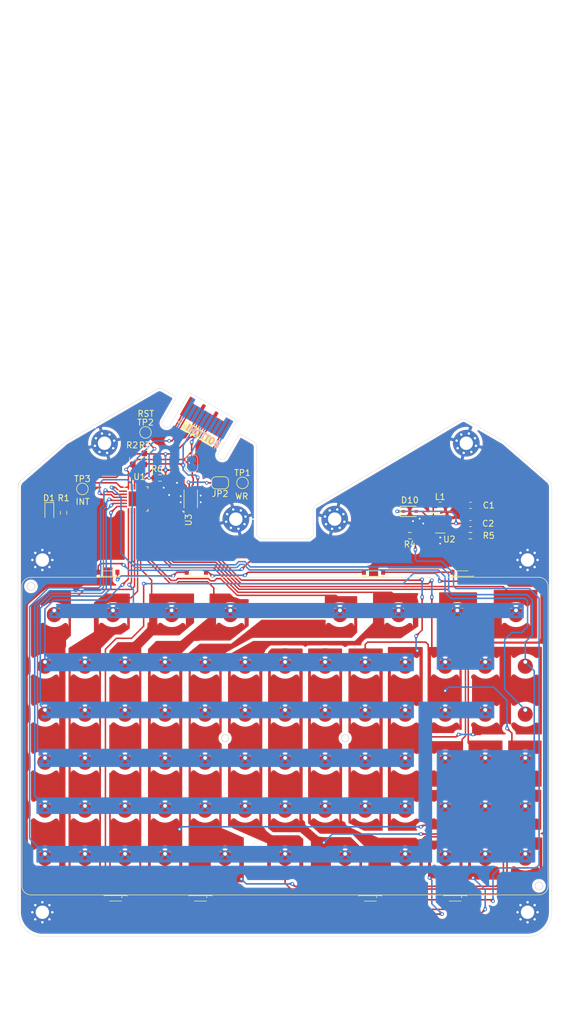
<source format=kicad_pcb>
(kicad_pcb (version 20241229) (generator "pcbnew") (generator_version "9.0")
  (layers (0 "F.Cu" signal) (2 "B.Cu" signal) (13 "F.Paste" user) (15 "B.Paste" user) (5 "F.SilkS" user "F.Silkscreen") (7 "B.SilkS" user "B.Silkscreen") (1 "F.Mask" user) (3 "B.Mask" user) (25 "Edge.Cuts" user))
  (net 0 "")
  (net 3 "Net-(D1-A)")
  (net 4 "Net-(D2-A)")
  (net 5 "Net-(D3-A)")
  (net 6 "Net-(D4-A)")
  (net 7 "Net-(D6-A)")
  (net 8 "Net-(D7-A)")
  (net 9 "Net-(D8-A)")
  (net 10 "Net-(D2-K)")
  (net 11 "VDD")
  (net 12 "Net-(D10-A)")
  (net 13 "Net-(U2-CTRL)")
  (net 16 "VCC")
  (net 17 "SDA")
  (net 21 "!INT")
  (net 22 "SCL")
  (net 24 "GND")
  (net 25 "Net-(J1-HEXP_DET)")
  (net 26 "Net-(JP2-B)")
  (net 27 "WP")
  (net 29 "RST")
  (net 32 "/COL9")
  (net 33 "/COL1")
  (net 34 "/COL3")
  (net 35 "/COL7")
  (net 36 "/COL4")
  (net 37 "/COL5")
  (net 38 "/COL8")
  (net 39 "/COL2")
  (net 40 "/COL0")
  (net 41 "/COL6")
  (net 42 "/ROW5")
  (net 43 "/ROW6")
  (net 44 "/ROW1")
  (net 45 "/ROW2")
  (net 46 "/ROW4")
  (net 47 "/ROW0")
  (net 48 "/ROW3")
  (net 49 "/ROW7")
  (footprint "tildagon:hexpansion-edge-connector" (layer "F.Cu") (at -11.795683 -54.311054 -120)
    (property "Reference" "J1" (hide yes))
    (property "Value" "Hexpansion-Connector" (hide yes))
    (fp_line (start 6.25 6) (end 2 6) (stroke (width 0.05)) (layer "Edge.Cuts"))
    (fp_line (start 6.25 4.6) (end 0.2 4.6) (stroke (width 0.05)) (layer "Edge.Cuts"))
    (fp_line (start 0 4.4) (end 0 -4.4) (stroke (width 0.05)) (layer "Edge.Cuts"))
    (fp_line (start 6.25 -4.6) (end 0.2 -4.6) (stroke (width 0.05)) (layer "Edge.Cuts"))
    (fp_line (start 6.25 -6) (end 2 -6) (stroke (width 0.05)) (layer "Edge.Cuts"))
    (fp_arc (start 6.950001 5.3) (mid 6.744975 5.794975) (end 6.25 6) (stroke (width 0.05)) (layer "Edge.Cuts"))
    (fp_arc (start 6.25 4.6) (mid 6.744975 4.805025) (end 6.950001 5.3) (stroke (width 0.05)) (layer "Edge.Cuts"))
    (fp_arc (start 0.2 4.6) (mid 0.058578 4.541421) (end 0 4.4) (stroke (width 0.05)) (layer "Edge.Cuts"))
    (fp_arc (start 6.95 -5.300001) (mid 6.744975 -4.805025) (end 6.25 -4.6) (stroke (width 0.05)) (layer "Edge.Cuts"))
    (fp_arc (start 6.25 -6) (mid 6.744975 -5.794975) (end 6.95 -5.300001) (stroke (width 0.05)) (layer "Edge.Cuts"))
    (fp_arc (start 0 -4.4) (mid 0.058579 -4.54142) (end 0.2 -4.6) (stroke (width 0.05)) (layer "Edge.Cuts"))
  )
  (footprint "MountingHole:MountingHole_2.2mm_M2_Pad_Via" (layer "F.Cu") (at 40 29)
    (property "Reference" "H7" (hide yes))
    (property "Value" "MountingHole_Pad")
  )
  (footprint "LED_SMD:LED_0603_1608Metric_Pad1.05x0.95mm_HandSolder" (layer "F.Cu") (at -38.85 -36.8 -90)
    (property "Reference" "D1")
    (property "Value" "LED")
  )
  (footprint "keyboard_leds:LTW-010DCG" (layer "F.Cu") (at 14.06 26.86 180)
    (property "Reference" "D7" (hide yes))
    (property "Value" "LED" (hide yes))
  )
  (footprint "Capacitor_SMD:C_0603_1608Metric_Pad1.08x0.95mm_HandSolder" (layer "F.Cu") (at 30.5875 -35)
    (property "Reference" "C2")
    (property "Value" "1uF")
  )
  (footprint "TestPoint:TestPoint_Pad_D1.5mm" (layer "F.Cu") (at -23 -50)
    (property "Reference" "TP2")
    (property "Value" "TestPoint")
  )
  (footprint "MountingHole:MountingHole_2.2mm_M2_Pad_Via" (layer "F.Cu") (at 40 -29)
    (property "Reference" "H6" (hide yes))
    (property "Value" "MountingHole_Pad")
  )
  (footprint "Capacitor_SMD:C_0603_1608Metric_Pad1.08x0.95mm_HandSolder" (layer "F.Cu") (at 30.5875 -38)
    (property "Reference" "C1")
    (property "Value" "10uF")
  )
  (footprint "MountingHole:MountingHole_2.2mm_M2_Pad_Via" (layer "F.Cu") (at -8.095365 -35.720192 -120)
    (property "Reference" "H2" (hide yes))
    (property "Value" "MountingHole_Pad")
  )
  (footprint "Package_TO_SOT_SMD:SOT-23-6" (layer "F.Cu") (at 25.5875 -35)
    (property "Reference" "U2")
    (property "Value" "AP3032AKTR")
  )
  (footprint "Resistor_SMD:R_0603_1608Metric_Pad0.98x0.95mm_HandSolder" (layer "F.Cu") (at 20.5875 -33 180)
    (property "Reference" "R4")
    (property "Value" "20R")
  )
  (footprint "keyboard_leds:LTW-010DCG" (layer "F.Cu") (at -29.208208 -26.898808)
    (property "Reference" "D2" (hide yes))
    (property "Value" "LED" (hide yes))
  )
  (footprint "keyboard_leds:LTW-010DCG" (layer "F.Cu") (at -13.943208 26.856192 180)
    (property "Reference" "D8" (hide yes))
    (property "Value" "LED" (hide yes))
  )
  (footprint "Resistor_SMD:R_0603_1608Metric_Pad0.98x0.95mm_HandSolder" (layer "F.Cu") (at -36.5 -36.775 90)
    (property "Reference" "R1")
    (property "Value" "3k3")
  )
  (footprint "TCA8418RTWR:QFN50P400X400X80-25N" (layer "F.Cu") (at -24.553208 -39.06)
    (property "Reference" "U1")
    (property "Value" "TCA8418")
  )
  (footprint "keyboard_leds:LTW-010DCG" (layer "F.Cu") (at 14.606792 -26.898808)
    (property "Reference" "D4" (hide yes))
    (property "Value" "LED" (hide yes))
  )
  (footprint "MountingHole:MountingHole_2.2mm_M2_Pad_Via" (layer "F.Cu") (at -40 29)
    (property "Reference" "H8" (hide yes))
    (property "Value" "MountingHole_Pad")
  )
  (footprint "TestPoint:TestPoint_Pad_D1.5mm" (layer "F.Cu") (at -33.4 -40.7)
    (property "Reference" "TP3")
    (property "Value" "TestPoint")
  )
  (footprint "MountingHole:MountingHole_2.2mm_M2_Pad_Via" (layer "F.Cu") (at -40 -29)
    (property "Reference" "H5" (hide yes))
    (property "Value" "MountingHole_Pad")
  )
  (footprint "Diode_SMD:D_SOD-323" (layer "F.Cu") (at 20.5875 -37)
    (property "Reference" "D10")
    (property "Value" "1N5819WS")
  )
  (footprint "keyboard:keyboard_arturo182" (layer "F.Cu") (at 0 0)
    (property "Reference" "K1" (hide yes))
    (property "Value" "~" (hide yes))
    (fp_circle (center -41.875 -24.650002) (end -41.225 -24.650002) (stroke (width 0.1)) (fill no) (layer "Edge.Cuts"))
    (fp_circle (center -9.875 0.34) (end -9.275 0.34) (stroke (width 0.1)) (fill no) (layer "Edge.Cuts"))
    (fp_circle (center 9.925 0.34) (end 10.525 0.34) (stroke (width 0.1)) (fill no) (layer "Edge.Cuts"))
    (fp_circle (center 41.875 24.65) (end 42.525 24.65) (stroke (width 0.1)) (fill no) (layer "Edge.Cuts"))
  )
  (footprint "TestPoint:TestPoint_Pad_D1.5mm" (layer "F.Cu") (at -7 -41.7)
    (property "Reference" "TP1")
    (property "Value" "TestPoint")
  )
  (footprint "keyboard_leds:LTW-010DCG" (layer "F.Cu") (at -27.94 26.85 180)
    (property "Reference" "D9" (hide yes))
    (property "Value" "LED" (hide yes))
  )
  (footprint "Resistor_SMD:R_0603_1608Metric_Pad0.98x0.95mm_HandSolder" (layer "F.Cu") (at -23.183208 -45.64 90)
    (property "Reference" "R3")
    (property "Value" "3k3")
  )
  (footprint "Inductor_SMD:L_0603_1608Metric_Pad1.05x0.95mm_HandSolder" (layer "F.Cu") (at 25.5875 -38 180)
    (property "Reference" "L1")
    (property "Value" "6.8uH")
  )
  (footprint "Resistor_SMD:R_0603_1608Metric_Pad0.98x0.95mm_HandSolder" (layer "F.Cu") (at -25.093208 -45.64 90)
    (property "Reference" "R2")
    (property "Value" "3k3")
  )
  (footprint "MountingHole:MountingHole_2.2mm_M2_Pad_Via" (layer "F.Cu") (at 8.2 -35.720192 -60)
    (property "Reference" "H3" (hide yes))
    (property "Value" "MountingHole_Pad")
  )
  (footprint "Jumper:SolderJumper-2_P1.3mm_Bridged_RoundedPad1.0x1.5mm" (layer "F.Cu") (at -10.7 -41.7 180)
    (property "Reference" "JP2")
    (property "Value" "SolderJumper_2_Bridged")
  )
  (footprint "keyboard_leds:LTW-010DCG" (layer "F.Cu") (at 29.206792 -26.903808)
    (property "Reference" "D5" (hide yes))
    (property "Value" "LED" (hide yes))
  )
  (footprint "Package_DFN_QFN:DFN-8-1EP_3x2mm_P0.5mm_EP1.3x1.5mm" (layer "F.Cu") (at -15.533208 -39.06 90)
    (property "Reference" "U3")
    (property "Value" "AT24CS02-MAHM")
  )
  (footprint "MountingHole:MountingHole_2.2mm_M2_Pad_Via" (layer "F.Cu") (at 29.9 -48.220192 -60)
    (property "Reference" "H4" (hide yes))
    (property "Value" "MountingHole_Pad")
  )
  (footprint "keyboard_leds:LTW-010DCG" (layer "F.Cu") (at -14.608208 -26.898808)
    (property "Reference" "D3" (hide yes))
    (property "Value" "LED" (hide yes))
  )
  (footprint "MountingHole:MountingHole_2.2mm_M2_Pad_Via" (layer "F.Cu") (at -29.746 -48.220192 -120)
    (property "Reference" "H1" (hide yes))
    (property "Value" "MountingHole_Pad")
  )
  (footprint "Resistor_SMD:R_0603_1608Metric_Pad0.98x0.95mm_HandSolder" (layer "F.Cu") (at 30.5875 -33)
    (property "Reference" "R5")
    (property "Value" "100k")
  )
  (footprint "keyboard_leds:LTW-010DCG" (layer "F.Cu") (at 28.066792 26.856192 180)
    (property "Reference" "D6" (hide yes))
    (property "Value" "LED" (hide yes))
  )
  (footprint "Resistor_SMD:R_0603_1608Metric_Pad0.98x0.95mm_HandSolder" (layer "F.Cu") (at -20.6 -42.5)
    (property "Reference" "R6")
    (property "Value" "3k3")
  )
  (footprint "Jumper:SolderJumper-2_P1.3mm_Bridged_RoundedPad1.0x1.5mm" (layer "B.Cu") (at -15.396 -44.920192 -90)
    (property "Reference" "JP1" (hide yes))
    (property "Value" "SolderJumper_2_Bridged" (hide yes))
  )
  (gr_line (start -14.8 -37.6) (end -14.1 -37.6) (stroke (width 0.2)) (layer "F.Cu") (net 24))
  (gr_line (start -14.8 -37.6) (end -14.8 -36.7) (stroke (width 0.2)) (layer "F.Cu") (net 24))
  (gr_arc (start 4.652274 -37.320192) (mid 4.759796 -37.701086) (end 5.04336 -37.977188) (stroke (width 0.05)) (layer "Edge.Cuts"))
  (gr_line (start -44 -41) (end -44 29) (stroke (width 0.05)) (layer "Edge.Cuts"))
  (gr_line (start -4.670687 -47.599359) (end -4.670685 -33) (stroke (width 0.05)) (layer "Edge.Cuts"))
  (gr_arc (start -7.59953 -49.579003) (mid -7.447729 -49.695485) (end -7.258024 -49.67051) (stroke (width 0.05)) (layer "Edge.Cuts"))
  (gr_line (start -43.560662 -42.060661) (end -36.17067 -48.465381) (stroke (width 0.05)) (layer "Edge.Cuts"))
  (gr_line (start -21.170674 -57.125631) (end -36.17067 -48.465381) (stroke (width 0.05)) (layer "Edge.Cuts"))
  (gr_arc (start -40 33) (mid -42.828427 31.828427) (end -44 29) (stroke (width 0.05)) (layer "Edge.Cuts"))
  (gr_line (start 4.652274 -37.320192) (end 4.652274 -33) (stroke (width 0.05)) (layer "Edge.Cuts"))
  (gr_arc (start 28.970517 -52.084578) (mid 29.466304 -52.20306) (end 29.954 -52.054749) (stroke (width 0.05)) (layer "Edge.Cuts"))
  (gr_arc (start 43.56066 -42.06066) (mid 43.885819 -41.574025) (end 44 -41) (stroke (width 0.05)) (layer "Edge.Cuts"))
  (gr_line (start -7.258024 -49.67051) (end -5.170686 -48.465385) (stroke (width 0.05)) (layer "Edge.Cuts"))
  (gr_line (start 5.04336 -37.977188) (end 28.970517 -52.084578) (stroke (width 0.05)) (layer "Edge.Cuts"))
  (gr_line (start 29.954 -52.054749) (end 36.152259 -48.465383) (stroke (width 0.05)) (layer "Edge.Cuts"))
  (gr_line (start -40 33) (end 40 33) (stroke (width 0.05)) (layer "Edge.Cuts"))
  (gr_arc (start -5.170686 -48.465385) (mid -4.804661 -48.099359) (end -4.670687 -47.599359) (stroke (width 0.05)) (layer "Edge.Cuts"))
  (gr_line (start -18.083342 -55.92051) (end -20.170673 -57.125631) (stroke (width 0.05)) (layer "Edge.Cuts"))
  (gr_arc (start -18.083342 -55.92051) (mid -17.96686 -55.768708) (end -17.991835 -55.579003) (stroke (width 0.05)) (layer "Edge.Cuts"))
  (gr_line (start -4 -32.5) (end 4 -32.5) (stroke (width 0.05)) (layer "Edge.Cuts"))
  (gr_line (start 44 29) (end 44 -41) (stroke (width 0.05)) (layer "Edge.Cuts"))
  (gr_arc (start -21.170674 -57.125631) (mid -20.670674 -57.259605) (end -20.170673 -57.125631) (stroke (width 0.05)) (layer "Edge.Cuts"))
  (gr_line (start 4 -32.5) (end 4.652274 -33) (stroke (width 0.05)) (layer "Edge.Cuts"))
  (gr_arc (start 44 29) (mid 42.828427 31.828427) (end 40 33) (stroke (width 0.05)) (layer "Edge.Cuts"))
  (gr_arc (start -44.000002 -41.000001) (mid -43.885821 -41.574026) (end -43.560662 -42.060661) (stroke (width 0.1)) (layer "Edge.Cuts"))
  (gr_line (start -4 -32.5) (end -4.670685 -33) (stroke (width 0.05)) (layer "Edge.Cuts"))
  (gr_line (start 43.560658 -42.06066) (end 36.152259 -48.465383) (stroke (width 0.05)) (layer "Edge.Cuts"))
  (gr_text "RST" (at -24.4 -52.5 0) (layer "F.SilkS") (effects (font (size 1 1)) (justify left bottom)))
  (gr_text "INT" (at -34.6 -38 0) (layer "F.SilkS") (effects (font (size 1 1)) (justify left bottom)))
  (gr_text "WR" (at -8.3 -38.9 0) (layer "F.SilkS") (effects (font (size 1 1)) (justify left bottom)))
  (segment (start -38.85 -35.8625) (end -36.5875 -35.8625) (width 0.25) (layer "F.Cu") (net 3))
  (segment (start -17.826192 -26.983808) (end -18.43 -26.38) (width 0.25) (layer "F.Cu") (net 4))
  (segment (start -27.61 -25.76) (end -27.61 -26.9706) (width 0.25) (layer "F.Cu") (net 4))
  (segment (start -16.193208 -26.983808) (end -17.826192 -26.983808) (width 0.25) (layer "F.Cu") (net 4))
  (via (at -18.43 -26.38) (size 0.6) (drill 0.3) (layers "F.Cu" "B.Cu") (net 4))
  (via (at -27.61 -25.76) (size 0.6) (drill 0.3) (layers "F.Cu" "B.Cu") (net 4))
  (segment (start -26.99 -26.38) (end -27.61 -25.76) (width 0.25) (layer "B.Cu") (net 4))
  (segment (start -18.43 -26.38) (end -26.99 -26.38) (width 0.25) (layer "B.Cu") (net 4))
  (segment (start -6.076192 -26.983808) (end -6.58 -26.48) (width 0.25) (layer "F.Cu") (net 5))
  (segment (start 13.021792 -26.983808) (end -6.076192 -26.983808) (width 0.25) (layer "F.Cu") (net 5))
  (segment (start -12.603808 -26.983808) (end -11.96 -26.34) (width 0.25) (layer "F.Cu") (net 5))
  (segment (start -13.023208 -26.983808) (end -12.603808 -26.983808) (width 0.25) (layer "F.Cu") (net 5))
  (via (at -11.96 -26.34) (size 0.6) (drill 0.3) (layers "F.Cu" "B.Cu") (net 5))
  (via (at -6.58 -26.48) (size 0.6) (drill 0.3) (layers "F.Cu" "B.Cu") (net 5))
  (segment (start -11.96 -26.34) (end -11.82 -26.48) (width 0.25) (layer "B.Cu") (net 5))
  (segment (start -11.82 -26.48) (end -6.58 -26.48) (width 0.25) (layer "B.Cu") (net 5))
  (segment (start 16.191792 -26.983808) (end 27.616792 -26.983808) (width 0.25) (layer "F.Cu") (net 6))
  (segment (start 26.481792 26.941192) (end 15.648808 26.941192) (width 0.25) (layer "F.Cu") (net 7))
  (segment (start 12.475 26.945) (end -12.3544 26.945) (width 0.25) (layer "F.Cu") (net 8))
  (segment (start -15.528208 26.941192) (end -26.348808 26.941192) (width 0.25) (layer "F.Cu") (net 9))
  (segment (start -5.9 -28.7) (end 13.7 -28.7) (width 0.25) (layer "F.Cu") (net 10))
  (segment (start 14.3 -33.8) (end 14.3 -29.3) (width 0.25) (layer "F.Cu") (net 10))
  (segment (start 34.041192 26.941192) (end 34.3 27.2) (width 0.25) (layer "F.Cu") (net 10))
  (segment (start 14.3 -29.3) (end 13.7 -28.7) (width 0.25) (layer "F.Cu") (net 10))
  (segment (start -30.4 -28.4) (end -26.8 -28.4) (width 0.25) (layer "F.Cu") (net 10))
  (segment (start 23.6375 -34.05) (end 22.5875 -33) (width 0.25) (layer "F.Cu") (net 10))
  (segment (start 21.5 -33) (end 21.5 -34) (width 0.25) (layer "F.Cu") (net 10))
  (segment (start -30.793208 -28.006792) (end -30.4 -28.4) (width 0.25) (layer "F.Cu") (net 10))
  (segment (start 21.2 -34.3) (end 14.8 -34.3) (width 0.25) (layer "F.Cu") (net 10))
  (segment (start 22.5875 -33) (end 21.5 -33) (width 0.25) (layer "F.Cu") (net 10))
  (segment (start 29.651792 26.941192) (end 34.041192 26.941192) (width 0.25) (layer "F.Cu") (net 10))
  (segment (start 21.5 -34) (end 21.2 -34.3) (width 0.25) (layer "F.Cu") (net 10))
  (segment (start -7.1 -27.5) (end -5.9 -28.7) (width 0.25) (layer "F.Cu") (net 10))
  (segment (start 24.45 -34.05) (end 23.6375 -34.05) (width 0.25) (layer "F.Cu") (net 10))
  (segment (start -30.793208 -26.983808) (end -30.793208 -28.006792) (width 0.25) (layer "F.Cu") (net 10))
  (segment (start -26.8 -28.4) (end -26.6 -28.2) (width 0.25) (layer "F.Cu") (net 10))
  (segment (start 14.8 -34.3) (end 14.3 -33.8) (width 0.25) (layer "F.Cu") (net 10))
  (segment (start 21.5 -30.7) (end 21.5 -33) (width 0.25) (layer "F.Cu") (net 10))
  (via (at 34.3 27.2) (size 0.6) (drill 0.3) (layers "F.Cu" "B.Cu") (net 10))
  (via (at -7.1 -27.5) (size 0.6) (drill 0.3) (layers "F.Cu" "B.Cu") (net 10))
  (via (at 21.5 -30.7) (size 0.6) (drill 0.3) (layers "F.Cu" "B.Cu") (net 10))
  (via (at -26.6 -28.2) (size 0.6) (drill 0.3) (layers "F.Cu" "B.Cu") (net 10))
  (segment (start 27.8 -24.7) (end 27.8 -26.8) (width 0.25) (layer "B.Cu") (net 10))
  (segment (start 41.9 -22.7) (end 40.3 -24.3) (width 0.25) (layer "B.Cu") (net 10))
  (segment (start 25.8 -28.8) (end 21.8 -28.8) (width 0.25) (layer "B.Cu") (net 10))
  (segment (start -26.6 -28.2) (end -25.7 -27.3) (width 0.25) (layer "B.Cu") (net 10))
  (segment (start 41.4 21.7) (end 41.9 21.2) (width 0.25) (layer "B.Cu") (net 10))
  (segment (start 35.4 21.7) (end 41.4 21.7) (width 0.25) (layer "B.Cu") (net 10))
  (segment (start 21.8 -28.8) (end 21.5 -29.1) (width 0.25) (layer "B.Cu") (net 10))
  (segment (start 21.5 -29.1) (end 21.5 -30.7) (width 0.25) (layer "B.Cu") (net 10))
  (segment (start 34.3 27.2) (end 34.3 22.8) (width 0.25) (layer "B.Cu") (net 10))
  (segment (start 34.3 22.8) (end 35.4 21.7) (width 0.25) (layer "B.Cu") (net 10))
  (segment (start 25.8 -28.8) (end 27.8 -26.8) (width 0.25) (layer "B.Cu") (net 10))
  (segment (start 28.2 -24.3) (end 27.8 -24.7) (width 0.25) (layer "B.Cu") (net 10))
  (segment (start -25.7 -27.3) (end -7.3 -27.3) (width 0.25) (layer "B.Cu") (net 10))
  (segment (start 41.9 21.2) (end 41.9 -22.7) (width 0.25) (layer "B.Cu") (net 10))
  (segment (start 40.3 -24.3) (end 28.2 -24.3) (width 0.25) (layer "B.Cu") (net 10))
  (segment (start -7.3 -27.3) (end -7.1 -27.5) (width 0.25) (layer "B.Cu") (net 10))
  (segment (start 19.5375 -37) (end 18.5 -37) (width 0.25) (layer "F.Cu") (net 11))
  (segment (start 25.5 -25.5) (end 30.2 -25.5) (width 0.25) (layer "F.Cu") (net 11))
  (segment (start 26.725 -35) (end 29.1 -35) (width 0.25) (layer "F.Cu") (net 11))
  (segment (start 30.6865 -34.0385) (end 30.6865 -27.0941) (width 0.25) (layer "F.Cu") (net 11))
  (segment (start -29.6 -14.3) (end -27.8 -16.1) (width 0.25) (layer "F.Cu") (net 11))
  (segment (start 29.1 -35) (end 29.725 -35) (width 0.25) (layer "F.Cu") (net 11))
  (segment (start 30.2 -25.5) (end 30.791792 -26.091792) (width 0.25) (layer "F.Cu") (net 11))
  (segment (start -23.3 -24.8) (end -23.3 -25.1) (width 0.25) (layer "F.Cu") (net 11))
  (segment (start 30.791792 -26.091792) (end 30.791792 -26.988808) (width 0.25) (layer "F.Cu") (net 11))
  (segment (start 28.2 -35) (end 29.1 -35) (width 0.25) (layer "F.Cu") (net 11))
  (segment (start -27.8 -16.1) (end -25.3 -16.1) (width 0.25) (layer "F.Cu") (net 11))
  (segment (start 29.725 -35) (end 30.6865 -34.0385) (width 0.25) (layer "F.Cu") (net 11))
  (segment (start -25.3 -16.1) (end -23.3 -18.1) (width 0.25) (layer "F.Cu") (net 11))
  (segment (start -23.3 -18.1) (end -23.3 -24.8) (width 0.25) (layer "F.Cu") (net 11))
  (segment (start -29.6 26.86) (end -29.6 -14.3) (width 0.25) (layer "F.Cu") (net 11))
  (via (at -23.3 -25.1) (size 0.6) (drill 0.3) (layers "F.Cu" "B.Cu") (net 11))
  (via (at 18.5 -37) (size 0.6) (drill 0.3) (layers "F.Cu" "B.Cu") (net 11))
  (via (at 28.2 -35) (size 0.6) (drill 0.3) (layers "F.Cu" "B.Cu") (net 11))
  (via (at 25.5 -25.5) (size 0.6) (drill 0.3) (layers "F.Cu" "B.Cu") (net 11))
  (segment (start 25.4 -26.2) (end 25.4 -25.6) (width 0.25) (layer "B.Cu") (net 11))
  (segment (start 19.5 -25.1) (end 21.2 -26.8) (width 0.25) (layer "B.Cu") (net 11))
  (segment (start 24.8 -26.8) (end 25.4 -26.2) (width 0.25) (layer "B.Cu") (net 11))
  (segment (start 18.5 -37) (end 27.5 -37) (width 0.25) (layer "B.Cu") (net 11))
  (segment (start 21.2 -26.8) (end 24.8 -26.8) (width 0.25) (layer "B.Cu") (net 11))
  (segment (start 28.2 -36.3) (end 28.2 -35) (width 0.25) (layer "B.Cu") (net 11))
  (segment (start 25.4 -25.6) (end 25.5 -25.5) (width 0.25) (layer "B.Cu") (net 11))
  (segment (start -23.3 -25.1) (end 19.5 -25.1) (width 0.25) (layer "B.Cu") (net 11))
  (segment (start 27.5 -37) (end 28.2 -36.3) (width 0.25) (layer "B.Cu") (net 11))
  (segment (start 24.45 -35.95) (end 24.45 -37.7375) (width 0.25) (layer "F.Cu") (net 12))
  (segment (start 24.45 -35.95) (end 23.6375 -35.95) (width 0.25) (layer "F.Cu") (net 12))
  (segment (start 23.6375 -35.95) (end 22.5875 -37) (width 0.25) (layer "F.Cu") (net 12))
  (segment (start 22.5875 -37) (end 21.6375 -37) (width 0.25) (layer "F.Cu") (net 12))
  (segment (start 28.5875 -33) (end 29.675 -33) (width 0.25) (layer "F.Cu") (net 13))
  (segment (start 26.725 -34.05) (end 27.5375 -34.05) (width 0.25) (layer "F.Cu") (net 13))
  (segment (start 27.5375 -34.05) (end 28.5875 -33) (width 0.25) (layer "F.Cu") (net 13))
  (segment (start -15.383208 -49.21) (end -15.609928 -49.21) (width 0.25) (layer "F.Cu") (net 16))
  (segment (start -26.983208 -45.6) (end -26.983208 -43.41) (width 0.25) (layer "F.Cu") (net 16))
  (segment (start -11.2 -30.7) (end -17.4 -30.7) (width 0.25) (layer "F.Cu") (net 16))
  (segment (start -26.118208 -46.465) (end -26.983208 -45.6) (width 0.25) (layer "F.Cu") (net 16))
  (segment (start -19.6875 -43.7975) (end -19.7 -43.81) (width 0.25) (layer "F.Cu") (net 16))
  (segment (start 13.7 -38.9) (end 13.7 -29.8) (width 0.25) (layer "F.Cu") (net 16))
  (segment (start -17.4 -30.7) (end -18 -31.3) (width 0.25) (layer "F.Cu") (net 16))
  (segment (start -17.69 -40.51) (end -16.283208 -40.51) (width 0.25) (layer "F.Cu") (net 16))
  (segment (start 26.4625 -38) (end 26.4625 -39.1375) (width 0.25) (layer "F.Cu") (net 16))
  (segment (start -18 -40.2) (end -17.69 -40.51) (width 0.25) (layer "F.Cu") (net 16))
  (segment (start -18.354928 -46.465) (end -26.118208 -46.465) (width 0.25) (layer "F.Cu") (net 16))
  (segment (start -16.675 -41.526792) (end -16.675 -42.301792) (width 0.25) (layer "F.Cu") (net 16))
  (segment (start 25.7 -39.9) (end 14.7 -39.9) (width 0.25) (layer "F.Cu") (net 16))
  (segment (start -34.983208 -42.61) (end -36.483208 -41.11) (width 0.25) (layer "F.Cu") (net 16))
  (segment (start -22.761396 -43.275) (end -24.303208 -41.733188) (width 0.25) (layer "F.Cu") (net 16))
  (segment (start -26.983208 -43.41) (end -27.783208 -42.61) (width 0.25) (layer "F.Cu") (net 16))
  (segment (start -15.383208 -49.21) (end -14.557454 -49.184246) (width 0.25) (layer "F.Cu") (net 16))
  (segment (start -15.609928 -49.21) (end -18.354928 -46.465) (width 0.25) (layer "F.Cu") (net 16))
  (segment (start 26.4625 -39.1375) (end 25.7 -39.9) (width 0.25) (layer "F.Cu") (net 16))
  (segment (start -21.981104 -43.81) (end -22.516104 -43.275) (width 0.25) (layer "F.Cu") (net 16))
  (segment (start -19.6875 -43.7975) (end -21.981104 -43.81) (width 0.25) (layer "F.Cu") (net 16))
  (segment (start -16.283208 -40.51) (end -16.283208 -41.135) (width 0.25) (layer "F.Cu") (net 16))
  (segment (start -19.6875 -42.5) (end -19.6875 -43.7975) (width 0.25) (layer "F.Cu") (net 16))
  (segment (start -13.640298 -52.316087) (end -15.383208 -49.21) (width 0.25) (layer "F.Cu") (net 16))
  (segment (start 14.7 -39.9) (end 13.7 -38.9) (width 0.25) (layer "F.Cu") (net 16))
  (segment (start -9.9 -29.4) (end -11.2 -30.7) (width 0.25) (layer "F.Cu") (net 16))
  (segment (start -16.675 -42.301792) (end -18.183208 -43.81) (width 0.25) (layer "F.Cu") (net 16))
  (segment (start -36.483208 -41.11) (end -36.483208 -37.61) (width 0.25) (layer "F.Cu") (net 16))
  (segment (start -22.516104 -43.275) (end -22.761396 -43.275) (width 0.25) (layer "F.Cu") (net 16))
  (segment (start 13.3 -29.4) (end -9.9 -29.4) (width 0.25) (layer "F.Cu") (net 16))
  (segment (start 13.7 -29.8) (end 13.3 -29.4) (width 0.25) (layer "F.Cu") (net 16))
  (segment (start -16.283208 -41.135) (end -16.675 -41.526792) (width 0.25) (layer "F.Cu") (net 16))
  (segment (start -24.303208 -41.733188) (end -24.303208 -40.995) (width 0.25) (layer "F.Cu") (net 16))
  (segment (start -18.183208 -43.81) (end -19.7 -43.81) (width 0.25) (layer "F.Cu") (net 16))
  (segment (start -27.783208 -42.61) (end -34.983208 -42.61) (width 0.25) (layer "F.Cu") (net 16))
  (segment (start -18 -31.3) (end -18 -40.2) (width 0.25) (layer "F.Cu") (net 16))
  (segment (start -12.947478 -51.916087) (end -14.557454 -49.184246) (width 0.25) (layer "F.Cu") (net 16))
  (via (at -19.6875 -43.7975) (size 0.6) (drill 0.3) (layers "F.Cu" "B.Cu") (net 16))
  (via (at -19.7 -46.465) (size 0.6) (drill 0.3) (layers "F.Cu" "B.Cu") (net 16))
  (segment (start -19.6875 -43.7975) (end -19.7 -46.465) (width 0.25) (layer "B.Cu") (net 16))
  (segment (start -24.803208 -41.99) (end -23.183208 -43.61) (width 0.25) (layer "F.Cu") (net 17))
  (segment (start -23.183208 -44.815) (end -16.988208 -44.815) (width 0.25) (layer "F.Cu") (net 17))
  (segment (start -23.183208 -43.61) (end -23.183208 -44.815) (width 0.25) (layer "F.Cu") (net 17))
  (segment (start -24.803208 -40.995) (end -24.803208 -41.99) (width 0.25) (layer "F.Cu") (net 17))
  (segment (start -14.783208 -40.735) (end -14.383208 -41.135) (width 0.25) (layer "F.Cu") (net 17))
  (segment (start -14.383208 -41.135) (end -14.383208 -42.61) (width 0.25) (layer "F.Cu") (net 17))
  (segment (start -16.988208 -44.815) (end -16.783208 -44.61) (width 0.25) (layer "F.Cu") (net 17))
  (via (at -16.783208 -44.61) (size 0.6) (drill 0.3) (layers "F.Cu" "B.Cu") (net 17))
  (via (at -14.383208 -42.61) (size 0.6) (drill 0.3) (layers "F.Cu" "B.Cu") (net 17))
  (segment (start -14.383208 -42.61) (end -14.748208 -42.975) (width 0.25) (layer "B.Cu") (net 17))
  (segment (start -16.783208 -43.81) (end -16.783208 -44.61) (width 0.25) (layer "B.Cu") (net 17))
  (segment (start -15.948208 -42.975) (end -16.783208 -43.81) (width 0.25) (layer "B.Cu") (net 17))
  (segment (start -16.783208 -44.61) (end -16.783208 -47.81) (width 0.25) (layer "B.Cu") (net 17))
  (segment (start -14.748208 -42.975) (end -15.948208 -42.975) (width 0.25) (layer "B.Cu") (net 17))
  (segment (start -13.986708 -52.516087) (end -16.783208 -47.81) (width 0.25) (layer "B.Cu") (net 17))
  (segment (start -25.803208 -43.503208) (end -26.2 -43.9) (width 0.25) (layer "F.Cu") (net 21))
  (segment (start -25.803208 -40.995) (end -25.803208 -43.503208) (width 0.25) (layer "F.Cu") (net 21))
  (segment (start -25.803208 -40.995) (end -27.095 -40.995) (width 0.25) (layer "F.Cu") (net 21))
  (segment (start -27.8 -41.7) (end -32.4 -41.7) (width 0.25) (layer "F.Cu") (net 21))
  (segment (start -18.6 -48.6) (end -19.1 -48.6) (width 0.25) (layer "F.Cu") (net 21))
  (segment (start -27.095 -40.995) (end -27.8 -41.7) (width 0.25) (layer "F.Cu") (net 21))
  (segment (start -15.718759 -53.516087) (end -18.6 -48.6) (width 0.25) (layer "F.Cu") (net 21))
  (segment (start -32.4 -41.7) (end -33.4 -40.7) (width 0.25) (layer "F.Cu") (net 21))
  (via (at -26.2 -43.9) (size 0.6) (drill 0.3) (layers "F.Cu" "B.Cu") (net 21))
  (via (at -19.1 -48.6) (size 0.6) (drill 0.3) (layers "F.Cu" "B.Cu") (net 21))
  (segment (start -21.5 -48.6) (end -19.1 -48.6) (width 0.25) (layer "B.Cu") (net 21))
  (segment (start -26.2 -43.9) (end -21.5 -48.6) (width 0.25) (layer "B.Cu") (net 21))
  (segment (start -15.383208 -46.81) (end -15.383208 -48.41) (width 0.25) (layer "F.Cu") (net 22))
  (segment (start -25.093208 -42.7) (end -25.093208 -44.815) (width 0.25) (layer "F.Cu") (net 22))
  (segment (start -15.125 -42.521016) (end -15.283208 -42.679224) (width 0.25) (layer "F.Cu") (net 22))
  (segment (start -25.303208 -42.49) (end -25.093208 -42.7) (width 0.25) (layer "F.Cu") (net 22))
  (segment (start -16.652208 -45.541) (end -15.383208 -46.81) (width 0.25) (layer "F.Cu") (net 22))
  (segment (start -25.093208 -44.815) (end -24.367208 -45.541) (width 0.25) (layer "F.Cu") (net 22))
  (segment (start -15.125 -41.478984) (end -15.125 -42.521016) (width 0.25) (layer "F.Cu") (net 22))
  (segment (start -24.367208 -45.541) (end -16.652208 -45.541) (width 0.25) (layer "F.Cu") (net 22))
  (segment (start -15.283208 -44.172) (end -16.652208 -45.541) (width 0.25) (layer "F.Cu") (net 22))
  (segment (start -15.283208 -40.51) (end -15.283208 -41.320776) (width 0.25) (layer "F.Cu") (net 22))
  (segment (start -15.283208 -42.679224) (end -15.283208 -44.172) (width 0.25) (layer "F.Cu") (net 22))
  (segment (start -15.283208 -41.320776) (end -15.125 -41.478984) (width 0.25) (layer "F.Cu") (net 22))
  (segment (start -25.303208 -40.995) (end -25.303208 -42.49) (width 0.25) (layer "F.Cu") (net 22))
  (via (at -15.383208 -48.41) (size 0.6) (drill 0.3) (layers "F.Cu" "B.Cu") (net 22))
  (segment (start -13.293888 -52.116087) (end -15.383208 -48.41) (width 0.25) (layer "B.Cu") (net 22))
  (segment (start -23.303208 -40.995) (end -21.598208 -40.995) (width 0.25) (layer "F.Cu") (net 24))
  (segment (start 25.6 -34.7) (end 25.6 -32.7) (width 0.25) (layer "F.Cu") (net 24))
  (segment (start -9.976197 -50.662497) (end -12.183208 -46.81) (width 0.25) (layer "F.Cu") (net 24))
  (segment (start 25.3 -35) (end 25.6 -34.7) (width 0.25) (layer "F.Cu") (net 24))
  (segment (start -12.054658 -51.862497) (end -14.183208 -48.21) (width 0.25) (layer "F.Cu") (net 24))
  (segment (start -16.21158 -54.262497) (end -18.383208 -50.41) (width 0.25) (layer "F.Cu") (net 24))
  (segment (start -14.133119 -53.062497) (end -16.383208 -49.21) (width 0.25) (layer "F.Cu") (net 24))
  (segment (start -16.383208 -49.21) (end -17.2 -48.9) (width 0.25) (layer "F.Cu") (net 24))
  (segment (start -21.583208 -41.01) (end -21.598208 -40.995) (width 0.25) (layer "F.Cu") (net 24))
  (segment (start 24.45 -35) (end 25.3 -35) (width 0.25) (layer "F.Cu") (net 24))
  (via (at -17.8 -41.7) (size 0.6) (drill 0.3) (layers "F.Cu" "B.Cu") (net 24))
  (via (at -13.9 -39.6) (size 0.6) (drill 0.3) (layers "F.Cu" "B.Cu") (net 24))
  (via (at 22.2 -35.8) (size 0.6) (drill 0.3) (layers "F.Cu" "B.Cu") (net 24))
  (via (at 25.6 -31.7) (size 0.6) (drill 0.3) (layers "F.Cu" "B.Cu") (net 24))
  (via (at 25.6 -32.7) (size 0.6) (drill 0.3) (layers "F.Cu" "B.Cu") (net 24))
  (via (at -20 -40.9) (size 0.6) (drill 0.3) (layers "F.Cu" "B.Cu") (net 24))
  (via (at -17.2 -38.5) (size 0.6) (drill 0.3) (layers "F.Cu" "B.Cu") (net 24))
  (via (at -13.9 -38.5) (size 0.6) (drill 0.3) (layers "F.Cu" "B.Cu") (net 24))
  (via (at 21.1 -35.4) (size 0.6) (drill 0.3) (layers "F.Cu" "B.Cu") (net 24))
  (via (at -17.2 -39.5) (size 0.6) (drill 0.3) (layers "F.Cu" "B.Cu") (net 24))
  (via (at -19.1 -39.7) (size 0.6) (drill 0.3) (layers "F.Cu" "B.Cu") (net 24))
  (via (at 22.8 -35) (size 0.6) (drill 0.3) (layers "F.Cu" "B.Cu") (net 24))
  (segment (start -9.629786 -50.462497) (end -11.983208 -46.41) (width 0.25) (layer "B.Cu") (net 24))
  (segment (start -15.865169 -54.062497) (end -17.983208 -50.41) (width 0.25) (layer "B.Cu") (net 24))
  (segment (start -12.601068 -51.716087) (end -14.583208 -48.21) (width 0.25) (layer "B.Cu") (net 25))
  (segment (start -15.383208 -46.81) (end -14.583208 -48.21) (width 0.25) (layer "B.Cu") (net 25))
  (segment (start -15.396 -45.570192) (end -15.383208 -46.81) (width 0.25) (layer "B.Cu") (net 25))
  (segment (start -15.783208 -41.683208) (end -15.9 -41.8) (width 0.25) (layer "F.Cu") (net 26))
  (segment (start -15.783208 -40.51) (end -15.783208 -41.683208) (width 0.25) (layer "F.Cu") (net 26))
  (segment (start -12.9 -41.7) (end -11.35 -41.7) (width 0.25) (layer "F.Cu") (net 26))
  (via (at -15.9 -41.8) (size 0.6) (drill 0.3) (layers "F.Cu" "B.Cu") (net 26))
  (via (at -12.9 -41.7) (size 0.6) (drill 0.3) (layers "F.Cu" "B.Cu") (net 26))
  (segment (start -13 -41.8) (end -12.9 -41.7) (width 0.25) (layer "B.Cu") (net 26))
  (segment (start -15.9 -41.8) (end -13 -41.8) (width 0.25) (layer "B.Cu") (net 26))
  (segment (start -10.05 -41.7) (end -7 -41.7) (width 0.25) (layer "F.Cu") (net 27))
  (segment (start -23 -48.8) (end -23 -50) (width 0.25) (layer "F.Cu") (net 29))
  (segment (start -23.803208 -40.995) (end -23.803208 -41.596792) (width 0.25) (layer "F.Cu") (net 29))
  (segment (start -23.803208 -41.596792) (end -22.9 -42.5) (width 0.25) (layer "F.Cu") (net 29))
  (segment (start -21.5125 -42.5) (end -22.4 -42.5) (width 0.25) (layer "F.Cu") (net 29))
  (segment (start -22.9 -42.5) (end -22.4 -42.5) (width 0.25) (layer "F.Cu") (net 29))
  (segment (start -21.5 -47.3) (end -23 -48.8) (width 0.25) (layer "F.Cu") (net 29))
  (via (at -22.4 -42.5) (size 0.6) (drill 0.3) (layers "F.Cu" "B.Cu") (net 29))
  (via (at -21.5 -47.3) (size 0.6) (drill 0.3) (layers "F.Cu" "B.Cu") (net 29))
  (segment (start -22.4 -46.4) (end -21.5 -47.3) (width 0.25) (layer "B.Cu") (net 29))
  (segment (start -22.4 -42.5) (end -22.4 -46.4) (width 0.25) (layer "B.Cu") (net 29))
  (segment (start -7.183208 -25.673808) (end -11.036208 -29.526808) (width 0.25) (layer "F.Cu") (net 32))
  (segment (start 22.616792 -22.873808) (end 22.616792 -17.473808) (width 0.25) (layer "F.Cu") (net 32))
  (segment (start -19.183208 -38.01) (end -19.183208 -30.673808) (width 0.25) (layer "F.Cu") (net 32))
  (segment (start 22.616792 -25.8) (end 22.216792 -25.673808) (width 0.25) (layer "F.Cu") (net 32))
  (segment (start 22.616792 -17.473808) (end 21.616792 -16.473808) (width 0.25) (layer "F.Cu") (net 32))
  (segment (start 32.184228 -0.273808) (end 30.991792 -0.273808) (width 0.25) (layer "F.Cu") (net 32))
  (segment (start 33.025698 -1.115278) (end 32.184228 -0.273808) (width 0.25) (layer "F.Cu") (net 32))
  (segment (start 28.216792 0.126192) (end 28.616792 -0.273808) (width 0.25) (layer "F.Cu") (net 32))
  (segment (start -18.03338 -29.526808) (end -18.181794 -29.675222) (width 0.25) (layer "F.Cu") (net 32))
  (segment (start -19.183208 -30.673808) (end -18.183208 -29.673808) (width 0.25) (layer "F.Cu") (net 32))
  (segment (start -11.036208 -29.526808) (end -18.03338 -29.526808) (width 0.25) (layer "F.Cu") (net 32))
  (segment (start -21.483208 -40.31) (end -19.183208 -38.01) (width 0.25) (layer "F.Cu") (net 32))
  (segment (start 19.825698 -1.115278) (end 21.067168 0.126192) (width 0.25) (layer "F.Cu") (net 32))
  (segment (start -22.618208 -40.31) (end -21.483208 -40.31) (width 0.25) (layer "F.Cu") (net 32))
  (segment (start 21.067168 0.126192) (end 28.216792 0.126192) (width 0.25) (layer "F.Cu") (net 32))
  (segment (start 22.216792 -25.673808) (end -7.183208 -25.673808) (width 0.25) (layer "F.Cu") (net 32))
  (via (at 30.991792 -0.273808) (size 0.6) (drill 0.3) (layers "F.Cu" "B.Cu") (net 32))
  (via (at 21.616792 -16.473808) (size 0.6) (drill 0.3) (layers "F.Cu" "B.Cu") (net 32))
  (via (at 22.616792 -22.873808) (size 0.6) (drill 0.3) (layers "F.Cu" "B.Cu") (net 32))
  (via (at 28.616792 -0.273808) (size 0.6) (drill 0.3) (layers "F.Cu" "B.Cu") (net 32))
  (via (at 21.816792 -14.073808) (size 0.6) (drill 0.3) (layers "F.Cu" "B.Cu") (net 32))
  (via (at 22.616792 -25.8) (size 0.6) (drill 0.3) (layers "F.Cu" "B.Cu") (net 32))
  (segment (start 28.616792 -0.273808) (end 30.991792 -0.273808) (width 0.25) (layer "B.Cu") (net 32))
  (segment (start 21.616792 -16.473808) (end 21.616792 -14.273808) (width 0.25) (layer "B.Cu") (net 32))
  (segment (start 22.616792 -25.8) (end 22.616792 -22.673808) (width 0.25) (layer "B.Cu") (net 32))
  (segment (start 22.616792 -22.673808) (end 22.616792 -22.873808) (width 0.25) (layer "B.Cu") (net 32))
  (segment (start 21.616792 -14.273808) (end 21.816792 -14.073808) (width 0.25) (layer "B.Cu") (net 32))
  (segment (start -32.974302 22.584722) (end -32.974302 27.535098) (width 0.25) (layer "F.Cu") (net 33))
  (segment (start -32.974302 27.535098) (end -31.983208 28.526192) (width 0.25) (layer "F.Cu") (net 33))
  (segment (start -24.303208 -37.125) (end -24.303208 -23.846792) (width 0.25) (layer "F.Cu") (net 33))
  (segment (start 29.816792 28.526192) (end 30.816792 29.526192) (width 0.25) (layer "F.Cu") (net 33))
  (segment (start 30.816792 29.526192) (end 32.016792 29.526192) (width 0.25) (layer "F.Cu") (net 33))
  (segment (start 32.016792 29.526192) (end 33.016792 28.526192) (width 0.25) (layer "F.Cu") (net 33))
  (segment (start -24.303208 -23.846792) (end -25.4 -22.75) (width 0.25) (layer "F.Cu") (net 33))
  (segment (start -25.4 -22.75) (end -26.4 -22.75) (width 0.25) (layer "F.Cu") (net 33))
  (segment (start -31.983208 28.526192) (end 29.816792 28.526192) (width 0.25) (layer "F.Cu") (net 33))
  (via (at 31.016792 23.326192) (size 0.6) (drill 0.3) (layers "F.Cu" "B.Cu") (net 33))
  (via (at 33.016792 28.526192) (size 0.6) (drill 0.3) (layers "F.Cu" "B.Cu") (net 33))
  (segment (start 33.016792 25.326192) (end 31.016792 23.326192) (width 0.25) (layer "B.Cu") (net 33))
  (segment (start 33.016792 28.526192) (end 33.016792 25.326192) (width 0.25) (layer "B.Cu") (net 33))
  (segment (start -12.77622 -25.423808) (end -17.55378 -25.423808) (width 0.25) (layer "F.Cu") (net 34))
  (segment (start -23.303208 -29.520796) (end -23.303208 -37.125) (width 0.25) (layer "F.Cu") (net 34))
  (segment (start -17.822588 -25.155) (end -18.937412 -25.155) (width 0.25) (layer "F.Cu") (net 34))
  (segment (start 22.816792 14.684722) (end 26.425698 14.684722) (width 0.25) (layer "F.Cu") (net 34))
  (segment (start 22.416792 14.926192) (end 22.816792 14.684722) (width 0.25) (layer "F.Cu") (net 34))
  (segment (start -18.937412 -25.155) (end -23.303208 -29.520796) (width 0.25) (layer "F.Cu") (net 34))
  (segment (start -17.55378 -25.423808) (end -17.822588 -25.155) (width 0.25) (layer "F.Cu") (net 34))
  (segment (start -11.733208 -22.673808) (end -11.733208 -24.380796) (width 0.25) (layer "F.Cu") (net 34))
  (segment (start -11.733208 -24.380796) (end -12.77622 -25.423808) (width 0.25) (layer "F.Cu") (net 34))
  (via (at -17.383208 15.326192) (size 0.6) (drill 0.3) (layers "F.Cu" "B.Cu") (net 34))
  (via (at 22.416792 14.926192) (size 0.6) (drill 0.3) (layers "F.Cu" "B.Cu") (net 34))
  (segment (start 22.416792 14.926192) (end -16.983208 14.926192) (width 0.25) (layer "B.Cu") (net 34))
  (segment (start -16.983208 14.926192) (end -17.383208 15.326192) (width 0.25) (layer "B.Cu") (net 34))
  (segment (start -18.407 -28.624808) (end -20.083208 -30.301016) (width 0.25) (layer "F.Cu") (net 35))
  (segment (start -11.407 -28.624808) (end -18.407 -28.624808) (width 0.25) (layer "F.Cu") (net 35))
  (segment (start 35.966192 -24.623808) (end -7.406 -24.623808) (width 0.25) (layer "F.Cu") (net 35))
  (segment (start 30.216792 -14.873808) (end 31.816792 -16.473808) (width 0.25) (layer "F.Cu") (net 35))
  (segment (start 31.816792 -16.473808) (end 36.616792 -16.473808) (width 0.25) (layer "F.Cu") (net 35))
  (segment (start 33.025 1.79) (end 30.8806 1.79) (width 0.25) (layer "F.Cu") (net 35))
  (segment (start 30.8806 1.79) (end 30.216792 1.126192) (width 0.25) (layer "F.Cu") (net 35))
  (segment (start -20.083208 -30.301016) (end -20.083208 -37.637208) (width 0.25) (layer "F.Cu") (net 35))
  (segment (start 23.062808 16.576192) (end 28.603188 16.576192) (width 0.25) (layer "F.Cu") (net 35))
  (segment (start 19.825 17.59) (end 22.049 17.59) (width 0.25) (layer "F.Cu") (net 35))
  (segment (start 29.76469 8.252102) (end 30.016792 8) (width 0.25) (layer "F.Cu") (net 35))
  (segment (start 28.603188 16.576192) (end 29.76469 15.41469) (width 0.25) (layer "F.Cu") (net 35))
  (segment (start 30.016792 8) (end 30.7 8) (width 0.25) (layer "F.Cu") (net 35))
  (segment (start -7.406 -24.623808) (end -11.407 -28.624808) (width 0.25) (layer "F.Cu") (net 35))
  (segment (start 30.216792 1.126192) (end 30.216792 -14.873808) (width 0.25) (layer "F.Cu") (net 35))
  (segment (start 38.09 -22.5) (end 35.966192 -24.623808) (width 0.25) (layer "F.Cu") (net 35))
  (segment (start 22.049 17.59) (end 23.062808 16.576192) (width 0.25) (layer "F.Cu") (net 35))
  (segment (start 29.76469 15.41469) (end 29.76469 8.252102) (width 0.25) (layer "F.Cu") (net 35))
  (segment (start -20.083208 -37.637208) (end -21.756 -39.31) (width 0.25) (layer "F.Cu") (net 35))
  (segment (start -21.756 -39.31) (end -22.618208 -39.31) (width 0.25) (layer "F.Cu") (net 35))
  (segment (start -11.280176 -25.923808) (end -10.615188 -25.923808) (width 0.25) (layer "F.Cu") (net 36))
  (segment (start -17.690176 -25.923808) (end -12.639824 -25.923808) (width 0.25) (layer "F.Cu") (net 36))
  (segment (start -7.865188 -23.173808) (end 8.391192 -23.173808) (width 0.25) (layer "F.Cu") (net 36))
  (segment (start -11.638984 -25.565) (end -11.280176 -25.923808) (width 0.25) (layer "F.Cu") (net 36))
  (segment (start -22.618208 -29.472192) (end -18.771016 -25.625) (width 0.25) (layer "F.Cu") (net 36))
  (segment (start 33.025698 14.684722) (end 33.025698 16.135098) (width 0.25) (layer "F.Cu") (net 36))
  (segment (start 33.025698 16.135098) (end 33.416792 16.526192) (width 0.25) (layer "F.Cu") (net 36))
  (segment (start 36.016792 16.926192) (end 36.016792 23.526192) (width 0.25) (layer "F.Cu") (net 36))
  (segment (start -22.618208 -37.81) (end -22.618208 -29.472192) (width 0.25) (layer "F.Cu") (net 36))
  (segment (start -17.988984 -25.625) (end -17.690176 -25.923808) (width 0.25) (layer "F.Cu") (net 36))
  (segment (start 8.391192 -23.173808) (end 9.065 -22.5) (width 0.25) (layer "F.Cu") (net 36))
  (segment (start 1.616792 24.726192) (end 34.816792 24.726192) (width 0.25) (layer "F.Cu") (net 36))
  (segment (start -18.771016 -25.625) (end -17.988984 -25.625) (width 0.25) (layer "F.Cu") (net 36))
  (segment (start -12.639824 -25.923808) (end -12.281016 -25.565) (width 0.25) (layer "F.Cu") (net 36))
  (segment (start 1.616792 24.726192) (end 1.216792 24.326192) (width 0.25) (layer "F.Cu") (net 36))
  (segment (start -10.615188 -25.923808) (end -7.865188 -23.173808) (width 0.25) (layer "F.Cu") (net 36))
  (segment (start 36.016792 23.526192) (end 34.816792 24.726192) (width 0.25) (layer "F.Cu") (net 36))
  (segment (start -12.281016 -25.565) (end -11.638984 -25.565) (width 0.25) (layer "F.Cu") (net 36))
  (segment (start 33.416792 16.526192) (end 35.616792 16.526192) (width 0.25) (layer "F.Cu") (net 36))
  (segment (start 35.616792 16.526192) (end 36.016792 16.926192) (width 0.25) (layer "F.Cu") (net 36))
  (via (at -7.183208 23.526192) (size 0.6) (drill 0.3) (layers "F.Cu" "B.Cu") (net 36))
  (via (at 1.216792 24.326192) (size 0.6) (drill 0.3) (layers "F.Cu" "B.Cu") (net 36))
  (segment (start 1.216792 24.326192) (end -6.383208 24.326192) (width 0.25) (layer "B.Cu") (net 36))
  (segment (start -6.383208 24.326192) (end -7.183208 23.526192) (width 0.25) (layer "B.Cu") (net 36))
  (segment (start 36.616792 17.693628) (end 39.625698 14.684722) (width 0.25) (layer "F.Cu") (net 37))
  (segment (start 18.74 -22.5) (end 17.566192 -23.673808) (width 0.25) (layer "F.Cu") (net 37))
  (segment (start -11.778396 -27.723412) (end -18.778396 -27.723412) (width 0.25) (layer "F.Cu") (net 37))
  (segment (start 0.025698 24.135098) (end 0.025698 23.726192) (width 0.25) (layer "F.Cu") (net 37))
  (segment (start -22.028792 -38.31) (end -22.618208 -38.31) (width 0.25) (layer "F.Cu") (net 37))
  (segment (start 0.025698 23.726192) (end 0.025698 22.584722) (width 0.25) (layer "F.Cu") (net 37))
  (segment (start 0.970776 25.176192) (end 35.166792 25.176192) (width 0.25) (layer "F.Cu") (net 37))
  (segment (start -18.778396 -27.723412) (end -20.983208 -29.928224) (width 0.25) (layer "F.Cu") (net 37))
  (segment (start 35.166792 25.176192) (end 36.616792 23.726192) (width 0.25) (layer "F.Cu") (net 37))
  (segment (start -20.983208 -37.264416) (end -22.028792 -38.31) (width 0.25) (layer "F.Cu") (net 37))
  (segment (start -20.983208 -29.928224) (end -20.983208 -37.264416) (width 0.25) (layer "F.Cu") (net 37))
  (segment (start 17.566192 -23.673808) (end -7.728792 -23.673808) (width 0.25) (layer "F.Cu") (net 37))
  (segment (start -7.728792 -23.673808) (end -11.778396 -27.723412) (width 0.25) (layer "F.Cu") (net 37))
  (segment (start 0.025698 23.726192) (end 0.025698 24.231114) (width 0.25) (layer "F.Cu") (net 37))
  (segment (start 0.025698 24.231114) (end 0.970776 25.176192) (width 0.25) (layer "F.Cu") (net 37))
  (segment (start 36.616792 23.726192) (end 36.616792 17.693628) (width 0.25) (layer "F.Cu") (net 37))
  (segment (start 39.625 1.79) (end 38.0806 1.79) (width 0.25) (layer "F.Cu") (net 38))
  (segment (start -22.618208 -39.81) (end -21.619604 -39.81) (width 0.25) (layer "F.Cu") (net 38))
  (segment (start 23.616792 -15.073808) (end 23.616792 -14.073808) (width 0.25) (layer "F.Cu") (net 38))
  (segment (start -19.633208 -30.487412) (end -18.220604 -29.074808) (width 0.25) (layer "F.Cu") (net 38))
  (segment (start 13.225 -15.082016) (end 13.616792 -15.473808) (width 0.25) (layer "F.Cu") (net 38))
  (segment (start 13.616792 -15.473808) (end 23.216792 -15.473808) (width 0.25) (layer "F.Cu") (net 38))
  (segment (start -18.220604 -29.074808) (end -11.220604 -29.074808) (width 0.25) (layer "F.Cu") (net 38))
  (segment (start 24.216792 -22.873808) (end 24.216792 -14.073808) (width 0.25) (layer "F.Cu") (net 38))
  (segment (start 37.416792 1.126192) (end 37.416792 -0.473808) (width 0.25) (layer "F.Cu") (net 38))
  (segment (start 13.225 -14.01) (end 13.225 -15.082016) (width 0.25) (layer "F.Cu") (net 38))
  (segment (start 38.0806 1.79) (end 37.416792 1.126192) (width 0.25) (layer "F.Cu") (net 38))
  (segment (start -21.619604 -39.81) (end -19.633208 -37.823604) (width 0.25) (layer "F.Cu") (net 38))
  (segment (start -11.220604 -29.074808) (end -7.219604 -25.073808) (width 0.25) (layer "F.Cu") (net 38))
  (segment (start -19.633208 -37.823604) (end -19.633208 -30.487412) (width 0.25) (layer "F.Cu") (net 38))
  (segment (start 37.416792 -0.473808) (end 36.616792 -1.273808) (width 0.25) (layer "F.Cu") (net 38))
  (segment (start 24.216792 -14.073808) (end 23.816792 -13.673808) (width 0.25) (layer "F.Cu") (net 38))
  (segment (start -7.219604 -25.073808) (end 23.616792 -25.073808) (width 0.25) (layer "F.Cu") (net 38))
  (segment (start 23.616792 -25.073808) (end 24.216792 -25.673808) (width 0.25) (layer "F.Cu") (net 38))
  (segment (start 23.216792 -15.473808) (end 23.616792 -15.073808) (width 0.25) (layer "F.Cu") (net 38))
  (via (at 24.216792 -25.673808) (size 0.6) (drill 0.3) (layers "F.Cu" "B.Cu") (net 38))
  (via (at 24.216792 -22.873808) (size 0.6) (drill 0.3) (layers "F.Cu" "B.Cu") (net 38))
  (via (at 36.616792 -1.273808) (size 0.6) (drill 0.3) (layers "F.Cu" "B.Cu") (net 38))
  (via (at 26.416792 -7.473808) (size 0.6) (drill 0.3) (layers "F.Cu" "B.Cu") (net 38))
  (segment (start 36.616792 -5.873808) (end 34.416792 -8.073808) (width 0.25) (layer "B.Cu") (net 38))
  (segment (start 27.016792 -8.073808) (end 26.416792 -7.473808) (width 0.25) (layer "B.Cu") (net 38))
  (segment (start 24.216792 -25.673808) (end 24.216792 -22.873808) (width 0.25) (layer "B.Cu") (net 38))
  (segment (start 36.616792 -1.273808) (end 36.616792 -5.873808) (width 0.25) (layer "B.Cu") (net 38))
  (segment (start 34.416792 -8.073808) (end 27.016792 -8.073808) (width 0.25) (layer "B.Cu") (net 38))
  (segment (start -23.803208 -27.493808) (end -23.803208 -37.125) (width 0.25) (layer "F.Cu") (net 39))
  (segment (start -22.932832 26.026192) (end 36.184228 26.026192) (width 0.25) (layer "F.Cu") (net 39))
  (segment (start -21.983208 -21.173808) (end -21.983208 -25.673808) (width 0.25) (layer "F.Cu") (net 39))
  (segment (start -21.983208 -25.673808) (end -23.803208 -27.493808) (width 0.25) (layer "F.Cu") (net 39))
  (segment (start 36.184228 26.026192) (end 39.625698 22.584722) (width 0.25) (layer "F.Cu") (net 39))
  (segment (start -26.374302 22.584722) (end -22.932832 26.026192) (width 0.25) (layer "F.Cu") (net 39))
  (segment (start -39.574302 22.584722) (end -32.857832 29.301192) (width 0.25) (layer "F.Cu") (net 40))
  (segment (start -34.1 -23.1) (end -35.9 -23.1) (width 0.25) (layer "F.Cu") (net 40))
  (segment (start -33.05 -24.15) (end -34.1 -23.1) (width 0.25) (layer "F.Cu") (net 40))
  (segment (start -25.307016 -24.15) (end -24.803208 -24.653808) (width 0.25) (layer "F.Cu") (net 40))
  (segment (start -24.803208 -24.653808) (end -24.803208 -37.125) (width 0.25) (layer "F.Cu") (net 40))
  (segment (start -25.307016 -24.15) (end -33.05 -24.15) (width 0.25) (layer "F.Cu") (net 40))
  (segment (start -32.857832 29.301192) (end 25.919345 29.301192) (width 0.25) (layer "F.Cu") (net 40))
  (via (at 25.919345 29.301192) (size 0.6) (drill 0.3) (layers "F.Cu" "B.Cu") (net 40))
  (via (at 23.816792 23.326192) (size 0.6) (drill 0.3) (layers "F.Cu" "B.Cu") (net 40))
  (segment (start 24.216792 23.726192) (end 24.216792 27.598639) (width 0.25) (layer "B.Cu") (net 40))
  (segment (start 23.816792 23.326192) (end 24.216792 23.726192) (width 0.25) (layer "B.Cu") (net 40))
  (segment (start 24.216792 27.598639) (end 25.919345 29.301192) (width 0.25) (layer "B.Cu") (net 40))
  (segment (start 28.416792 16.126192) (end 22.416792 16.126192) (width 0.25) (layer "F.Cu") (net 41))
  (segment (start 29.216792 7.126192) (end 29.216792 15.326192) (width 0.25) (layer "F.Cu") (net 41))
  (segment (start 29.616792 -16.673808) (end 29.766792 -16.523808) (width 0.25) (layer "F.Cu") (net 41))
  (segment (start -20.533208 -30.11462) (end -18.593396 -28.174808) (width 0.25) (layer "F.Cu") (net 41))
  (segment (start -20.533208 -37.450812) (end -20.533208 -30.11462) (width 0.25) (layer "F.Cu") (net 41))
  (segment (start 29.766792 -0.023808) (end 29.766792 -16.523808) (width 0.25) (layer "F.Cu") (net 41))
  (segment (start -18.593396 -28.174808) (end -11.593396 -28.174808) (width 0.25) (layer "F.Cu") (net 41))
  (segment (start 29.216792 0.526192) (end 29.766792 -0.023808) (width 0.25) (layer "F.Cu") (net 41))
  (segment (start -22.618208 -38.81) (end -21.892396 -38.81) (width 0.25) (layer "F.Cu") (net 41))
  (segment (start 29.216792 1.926192) (end 29.216792 0.526192) (width 0.25) (layer "F.Cu") (net 41))
  (segment (start 29.216792 15.326192) (end 28.416792 16.126192) (width 0.25) (layer "F.Cu") (net 41))
  (segment (start -7.592396 -24.173808) (end 26.741192 -24.173808) (width 0.25) (layer "F.Cu") (net 41))
  (segment (start -11.593396 -28.174808) (end -7.592396 -24.173808) (width 0.25) (layer "F.Cu") (net 41))
  (segment (start -21.892396 -38.81) (end -20.533208 -37.450812) (width 0.25) (layer "F.Cu") (net 41))
  (segment (start 26.741192 -24.173808) (end 28.415 -22.5) (width 0.25) (layer "F.Cu") (net 41))
  (via (at 6.416792 17.526192) (size 0.6) (drill 0.3) (layers "F.Cu" "B.Cu") (net 41))
  (via (at 22.416792 16.126192) (size 0.6) (drill 0.3) (layers "F.Cu" "B.Cu") (net 41))
  (segment (start 7.816792 16.126192) (end 6.416792 17.526192) (width 0.25) (layer "B.Cu") (net 41))
  (segment (start 22.416792 16.126192) (end 7.816792 16.126192) (width 0.25) (layer "B.Cu") (net 41))
  (segment (start -29.313762 -40.213762) (end -29.6 -40.5) (width 0.25) (layer "F.Cu") (net 42))
  (segment (start -28.476672 -40.213762) (end -29.313762 -40.213762) (width 0.25) (layer "F.Cu") (net 42))
  (segment (start -28.07291 -39.81) (end -28.476672 -40.213762) (width 0.25) (layer "F.Cu") (net 42))
  (segment (start -26.488208 -39.81) (end -28.07291 -39.81) (width 0.25) (layer "F.Cu") (net 42))
  (via (at -29.6 -40.5) (size 0.6) (drill 0.3) (layers "F.Cu" "B.Cu") (net 42))
  (segment (start -30.375 -37.493808) (end -29.849243 -38.019565) (width 0.25) (layer "B.Cu") (net 42))
  (segment (start -30.375 -24.725) (end -30.375 -37.493808) (width 0.25) (layer "B.Cu") (net 42))
  (segment (start -29.849243 -38.019565) (end -29.849243 -40.250757) (width 0.25) (layer "B.Cu") (net 42))
  (segment (start -30.7 -24.4) (end -30.375 -24.725) (width 0.25) (layer "B.Cu") (net 42))
  (segment (start -42.1 16.865) (end -42.1 -21.3) (width 0.25) (layer "B.Cu") (net 42))
  (segment (start -42.1 -21.3) (end -39 -24.4) (width 0.25) (layer "B.Cu") (net 42))
  (segment (start -39 -24.4) (end -30.7 -24.4) (width 0.25) (layer "B.Cu") (net 42))
  (segment (start -29.849243 -40.250757) (end -29.6 -40.5) (width 0.25) (layer "B.Cu") (net 42))
  (segment (start -39.575 19.39) (end -42.1 16.865) (width 0.25) (layer "B.Cu") (net 42))
  (segment (start -28.663068 -39.763762) (end -30.33697 -39.763762) (width 0.25) (layer "F.Cu") (net 43))
  (segment (start -28.209306 -39.31) (end -28.663068 -39.763762) (width 0.25) (layer "F.Cu") (net 43))
  (segment (start -30.33697 -39.763762) (end -30.583208 -40.01) (width 0.25) (layer "F.Cu") (net 43))
  (segment (start -26.488208 -39.31) (end -28.209306 -39.31) (width 0.25) (layer "F.Cu") (net 43))
  (via (at -30.583208 -40.01) (size 0.6) (drill 0.3) (layers "F.Cu" "B.Cu") (net 43))
  (segment (start 39.9 -23.3) (end 27.6 -23.3) (width 0.25) (layer "B.Cu") (net 43))
  (segment (start -24.5094 -28.2) (end -25.183208 -28.873808) (width 0.25) (layer "B.Cu") (net 43))
  (segment (start 40.771492 -16.628508) (end 40.771492 -22.428508) (width 0.25) (layer "B.Cu") (net 43))
  (segment (start 41.1 -10.735) (end 41.1 2.115) (width 0.25) (layer "B.Cu") (net 43))
  (segment (start -25.183208 -28.873808) (end -25.183208 -41.41) (width 0.25) (layer "B.Cu") (net 43))
  (segment (start -7.607412 -28.725) (end -8.132412 -28.2) (width 0.25) (layer "B.Cu") (net 43))
  (segment (start -25.183208 -41.41) (end -25.983208 -42.21) (width 0.25) (layer "B.Cu") (net 43))
  (segment (start 27 -23.9) (end 27 -26.65) (width 0.25) (layer "B.Cu") (net 43))
  (segment (start 39.625 -12.21) (end 41.1 -10.735) (width 0.25) (layer "B.Cu") (net 43))
  (segment (start 41.1 2.115) (end 39.625 3.59) (width 0.25) (layer "B.Cu") (net 43))
  (segment (start -29.983208 -42.21) (end -30.583208 -41.61) (width 0.25) (layer "B.Cu") (net 43))
  (segment (start 39.625 -15.482016) (end 40.771492 -16.628508) (width 0.25) (layer "B.Cu") (net 43))
  (segment (start -8.132412 -28.2) (end -24.5094 -28.2) (width 0.25) (layer "B.Cu") (net 43))
  (segment (start 27 -26.65) (end 25.792 -27.858) (width 0.25) (layer "B.Cu") (net 43))
  (segment (start 25.792 -27.858) (end -5.725588 -27.858) (width 0.25) (layer "B.Cu") (net 43))
  (segment (start 39.625 -12.21) (end 39.625 -15.482016) (width 0.25) (layer "B.Cu") (net 43))
  (segment (start -5.725588 -27.858) (end -6.592588 -28.725) (width 0.25) (layer "B.Cu") (net 43))
  (segment (start -30.583208 -41.61) (end -30.583208 -40.01) (width 0.25) (layer "B.Cu") (net 43))
  (segment (start -6.592588 -28.725) (end -7.607412 -28.725) (width 0.25) (layer "B.Cu") (net 43))
  (segment (start 27.6 -23.3) (end 27 -23.9) (width 0.25) (layer "B.Cu") (net 43))
  (segment (start 40.771492 -22.428508) (end 39.9 -23.3) (width 0.25) (layer "B.Cu") (net 43))
  (segment (start -25.983208 -42.21) (end -29.983208 -42.21) (width 0.25) (layer "B.Cu") (net 43))
  (segment (start -25.803208 -25.896792) (end -26.8 -24.9) (width 0.25) (layer "F.Cu") (net 44))
  (segment (start -25.803208 -37.125) (end -25.803208 -25.896792) (width 0.25) (layer "F.Cu") (net 44))
  (via (at -26.8 -24.9) (size 0.6) (drill 0.3) (layers "F.Cu" "B.Cu") (net 44))
  (segment (start -26.885 -24.9) (end -26.8 -24.9) (width 0.25) (layer "B.Cu") (net 44))
  (segment (start -38.1 -22.4) (end -29.385 -22.4) (width 0.25) (layer "B.Cu") (net 44))
  (segment (start -29.385 -22.4) (end -26.885 -24.9) (width 0.25) (layer "B.Cu") (net 44))
  (segment (start -39.575 -12.21) (end -39.575 -20.925) (width 0.25) (layer "B.Cu") (net 44))
  (segment (start -39.575 -20.925) (end -38.1 -22.4) (width 0.25) (layer "B.Cu") (net 44))
  (segment (start -27.69 -37.81) (end -28.7 -36.8) (width 0.25) (layer "F.Cu") (net 45))
  (segment (start -26.488208 -37.81) (end -27.69 -37.81) (width 0.25) (layer "F.Cu") (net 45))
  (via (at -28.7 -36.8) (size 0.6) (drill 0.3) (layers "F.Cu" "B.Cu") (net 45))
  (segment (start -40.35 -21.040812) (end -40.35 -5.085) (width 0.25) (layer "B.Cu") (net 45))
  (segment (start -30.013604 -23.05) (end -38.340812 -23.05) (width 0.25) (layer "B.Cu") (net 45))
  (segment (start -38.340812 -23.05) (end -40.35 -21.040812) (width 0.25) (layer "B.Cu") (net 45))
  (segment (start -40.35 -5.085) (end -39.575 -4.31) (width 0.25) (layer "B.Cu") (net 45))
  (segment (start -28.7 -24.363604) (end -30.013604 -23.05) (width 0.25) (layer "B.Cu") (net 45))
  (segment (start -28.7 -36.8) (end -28.7 -24.363604) (width 0.25) (layer "B.Cu") (net 45))
  (segment (start -28.805322 -38.81) (end -28.984084 -38.988762) (width 0.25) (layer "F.Cu") (net 46))
  (segment (start -26.488208 -38.81) (end -28.805322 -38.81) (width 0.25) (layer "F.Cu") (net 46))
  (via (at -28.984084 -38.988762) (size 0.6) (drill 0.3) (layers "F.Cu" "B.Cu") (net 46))
  (segment (start -29.399243 -38.573603) (end -29.399243 -37.833169) (width 0.25) (layer "B.Cu") (net 46))
  (segment (start -41.25 -21.513604) (end -41.25 9.815) (width 0.25) (layer "B.Cu") (net 46))
  (segment (start -41.25 9.815) (end -39.575 11.49) (width 0.25) (layer "B.Cu") (net 46))
  (segment (start -28.984084 -38.988762) (end -29.399243 -38.573603) (width 0.25) (layer "B.Cu") (net 46))
  (segment (start -30.5 -23.95) (end -38.813604 -23.95) (width 0.25) (layer "B.Cu") (net 46))
  (segment (start -29.925 -24.525) (end -30.5 -23.95) (width 0.25) (layer "B.Cu") (net 46))
  (segment (start -38.813604 -23.95) (end -41.25 -21.513604) (width 0.25) (layer "B.Cu") (net 46))
  (segment (start -29.925 -37.307412) (end -29.925 -24.525) (width 0.25) (layer "B.Cu") (net 46))
  (segment (start -29.399243 -37.833169) (end -29.925 -37.307412) (width 0.25) (layer "B.Cu") (net 46))
  (segment (start -25.303208 -25.316887) (end -25.695095 -24.925) (width 0.25) (layer "F.Cu") (net 47))
  (segment (start -25.303208 -37.125) (end -25.303208 -25.316887) (width 0.25) (layer "F.Cu") (net 47))
  (via (at -25.695095 -24.925) (size 0.6) (drill 0.3) (layers "F.Cu" "B.Cu") (net 47))
  (segment (start -24.983208 -21.173808) (end -24.983208 -24.14605) (width 0.25) (layer "B.Cu") (net 47))
  (segment (start -24.983208 -24.14605) (end -25.695095 -24.857937) (width 0.25) (layer "B.Cu") (net 47))
  (segment (start -25.695095 -24.857937) (end -25.695095 -24.925) (width 0.25) (layer "B.Cu") (net 47))
  (segment (start -28.335916 -38.31) (end -28.653886 -37.99203) (width 0.25) (layer "F.Cu") (net 48))
  (segment (start -26.488208 -38.31) (end -28.335916 -38.31) (width 0.25) (layer "F.Cu") (net 48))
  (via (at -28.653886 -37.99203) (size 0.6) (drill 0.3) (layers "F.Cu" "B.Cu") (net 48))
  (segment (start -29.475 -24.225) (end -30.2 -23.5) (width 0.25) (layer "B.Cu") (net 48))
  (segment (start -40.8 2.365) (end -39.575 3.59) (width 0.25) (layer "B.Cu") (net 48))
  (segment (start -28.653886 -37.99203) (end -28.653886 -37.94213) (width 0.25) (layer "B.Cu") (net 48))
  (segment (start -38.627208 -23.5) (end -40.8 -21.327208) (width 0.25) (layer "B.Cu") (net 48))
  (segment (start -28.653886 -37.94213) (end -29.475 -37.121016) (width 0.25) (layer "B.Cu") (net 48))
  (segment (start -29.475 -37.121016) (end -29.475 -24.225) (width 0.25) (layer "B.Cu") (net 48))
  (segment (start -40.8 -21.327208) (end -40.8 2.365) (width 0.25) (layer "B.Cu") (net 48))
  (segment (start -30.2 -23.5) (end -38.627208 -23.5) (width 0.25) (layer "B.Cu") (net 48))
  (segment (start -27.339323 -40.31) (end -27.983208 -40.953885) (width 0.25) (layer "F.Cu") (net 49))
  (segment (start -26.488208 -40.31) (end -27.339323 -40.31) (width 0.25) (layer "F.Cu") (net 49))
  (segment (start -27.983208 -40.953885) (end -28.601391 -40.953885) (width 0.25) (layer "F.Cu") (net 49))
  (via (at -28.601391 -40.953885) (size 0.6) (drill 0.3) (layers "F.Cu" "B.Cu") (net 49))
  (segment (start 39.073808 -17.073808) (end 37.416792 -17.073808) (width 0.25) (layer "B.Cu") (net 49))
  (segment (start 26.4 -23.65) (end 27.368198 -22.681802) (width 0.25) (layer "B.Cu") (net 49))
  (segment (start -27.025 -39.377494) (end -27.025 -30.07) (width 0.25) (layer "B.Cu") (net 49))
  (segment (start -27.025 -30.07) (end -24.705 -27.75) (width 0.25) (layer "B.Cu") (net 49))
  (segment (start 36.216792 -15.873808) (end 36.216792 -7.718208) (width 0.25) (layer "B.Cu") (net 49))
  (segment (start -7.946016 -27.75) (end -7.421016 -28.275) (width 0.25) (layer "B.Cu") (net 49))
  (segment (start 26.4 -26.25) (end 26.4 -23.65) (width 0.25) (layer "B.Cu") (net 49))
  (segment (start -28.601391 -40.953885) (end -27.025 -39.377494) (width 0.25) (layer "B.Cu") (net 49))
  (segment (start 40 -22.25) (end 40 -18) (width 0.25) (layer "B.Cu") (net 49))
  (segment (start 36.216792 -7.718208) (end 39.625 -4.31) (width 0.25) (layer "B.Cu") (net 49))
  (segment (start 40 -18) (end 39.073808 -17.073808) (width 0.25) (layer "B.Cu") (net 49))
  (segment (start -5.853984 -27.35) (end 25.3 -27.35) (width 0.25) (layer "B.Cu") (net 49))
  (segment (start -7.421016 -28.275) (end -6.778984 -28.275) (width 0.25) (layer "B.Cu") (net 49))
  (segment (start 37.416792 -17.073808) (end 36.216792 -15.873808) (width 0.25) (layer "B.Cu") (net 49))
  (segment (start -6.778984 -28.275) (end -5.853984 -27.35) (width 0.25) (layer "B.Cu") (net 49))
  (segment (start -24.705 -27.75) (end -7.946016 -27.75) (width 0.25) (layer "B.Cu") (net 49))
  (segment (start 39.568198 -22.681802) (end 40 -22.25) (width 0.25) (layer "B.Cu") (net 49))
  (segment (start 25.3 -27.35) (end 26.4 -26.25) (width 0.25) (layer "B.Cu") (net 49))
  (segment (start 27.368198 -22.681802) (end 39.568198 -22.681802) (width 0.25) (layer "B.Cu") (net 49))
  (zone (net 39) (net_name "/COL2") (layer "F.Cu") (priority 19) (connect_pads yes (clearance 0.5)) (min_thickness 0.25) (fill yes (thermal_gap 0.5) (thermal_bridge_width 0.5))
    (polygon (pts (xy 42.416792 16.676192) (xy 42.416792 23.726192) (xy 36.766134 23.726192) (xy 36.812516 16.676192)))
  )
  (zone (net 38) (net_name "/COL8") (layer "F.Cu") (priority 10) (connect_pads yes (clearance 0.5)) (min_thickness 0.25) (fill yes (thermal_gap 0.5) (thermal_bridge_width 0.5))
    (polygon (pts (xy 23.516792 -14.673808) (xy 29.266792 -14.673808) (xy 29.266792 0.326192) (xy 23.516792 0.326192)))
  )
  (zone (net 38) (net_name "/COL8") (layer "F.Cu") (priority 7) (connect_pads yes (clearance 0.5)) (min_thickness 0.25) (fill yes (thermal_gap 0.5) (thermal_bridge_width 0.5))
    (polygon (pts (xy 10.466792 -14.423808) (xy 16.116792 -14.423808) (xy 16.116792 15.576192) (xy 13.016792 15.576192) (xy 10.466792 14.301192)))
  )
  (zone (net 38) (net_name "/COL8") (layer "F.Cu") (priority 19) (connect_pads yes (clearance 0.5)) (min_thickness 0.25) (fill yes (thermal_gap 0.5) (thermal_bridge_width 0.5))
    (polygon (pts (xy 42.316792 0.726192) (xy 42.316792 8.326192) (xy 36.763502 8.326192) (xy 36.813502 0.726192)))
  )
  (zone (net 35) (net_name "/COL7") (layer "F.Cu") (priority 6) (connect_pads yes (clearance 0.5)) (min_thickness 0.25) (fill yes (thermal_gap 0.5) (thermal_bridge_width 0.5))
    (polygon (pts (xy 3.816792 -14.423808) (xy 3.816792 14.342858) (xy 5.766792 16.076192) (xy 11.016792 16.076192) (xy 13.766792 18.826192) (xy 13.766792 23.426192) (xy 22.716792 23.426192) (xy 22.716792 17.687731) (xy 21.580428 16.726192) (xy 15.373935 16.726192) (xy 9.416792 13.946192) (xy 9.416792 -14.423808)))
  )
  (zone (net 37) (net_name "/COL5") (layer "F.Cu") (priority 4) (connect_pads yes (clearance 0.5)) (min_thickness 0.25) (fill yes (thermal_gap 0.5) (thermal_bridge_width 0.5))
    (polygon (pts (xy 3.016792 23.426192) (xy 3.016792 16.701192) (xy 2.266792 16.076192) (xy -2.233208 16.076192) (xy -3.733208 14.876192) (xy -3.733208 -13.423808) (xy -2.483208 -14.673808) (xy 17.016792 -14.673808) (xy 22.516792 -18.423808) (xy 22.516792 -24.173808) (xy 14.516792 -24.173808) (xy 14.516792 -18.673808) (xy 11.516792 -15.673808) (xy -5.233208 -15.673808) (xy -9.383208 -13.368253) (xy -9.383208 14.835567) (xy -2.933208 17.657442) (xy -2.933208 23.426192)))
  )
  (zone (net 41) (net_name "/COL6") (layer "F.Cu") (priority 18) (connect_pads yes (clearance 0.5)) (min_thickness 0.25) (fill yes (thermal_gap 0.5) (thermal_bridge_width 0.5))
    (polygon (pts (xy 23.666792 0.826192) (xy 29.366792 0.826192) (xy 29.366792 8.326192) (xy 23.666792 8.326192)))
  )
  (zone (net 35) (net_name "/COL7") (layer "F.Cu") (priority 19) (connect_pads yes (clearance 0.5)) (min_thickness 0.25) (fill yes (thermal_gap 0.5) (thermal_bridge_width 0.5))
    (polygon (pts (xy 35.866792 0.726192) (xy 35.866792 8.326192) (xy 30.218766 8.326192) (xy 30.268766 0.726192)))
  )
  (zone (net 33) (net_name "/COL1") (layer "F.Cu") (priority 19) (connect_pads yes (clearance 0.5)) (min_thickness 0.25) (fill yes (thermal_gap 0.5) (thermal_bridge_width 0.5))
    (polygon (pts (xy 35.816792 16.676192) (xy 35.816792 23.626192) (xy 30.171069 23.626192) (xy 30.216792 16.676192)))
  )
  (zone (net 16) (net_name "VCC") (layer "F.Cu") (priority 20) (connect_pads (clearance 0.5)) (min_thickness 0.25) (fill yes (thermal_gap 0.5) (thermal_bridge_width 0.5))
    (polygon (pts (xy 25.5875 -40.5) (xy 30.5875 -40.5) (xy 30.5875 -35.5) (xy 25.5875 -35.5)))
  )
  (zone (net 36) (net_name "/COL4") (layer "F.Cu") (priority 19) (connect_pads yes (clearance 0.5)) (min_thickness 0.25) (fill yes (thermal_gap 0.5) (thermal_bridge_width 0.5))
    (polygon (pts (xy 35.866792 8.876192) (xy 35.866792 15.426192) (xy 30.25 15.426192) (xy 30.2612 8.876192)))
  )
  (zone (net 40) (net_name "/COL0") (layer "F.Cu") (priority 1) (connect_pads yes (clearance 0.5)) (min_thickness 0.25) (fill yes (thermal_gap 0.5) (thermal_bridge_width 0.5))
    (polygon (pts (xy -36.083208 24.076192) (xy -36.083208 -15.774242) (xy -35.283208 -16.55) (xy -35.283208 -23.923808) (xy -38.974875 -23.923808) (xy -41.883208 -21.43095) (xy -41.883208 24.076192)))
  )
  (zone (net 32) (net_name "/COL9") (layer "F.Cu") (priority 9) (connect_pads yes (clearance 0.5)) (min_thickness 0.25) (fill yes (thermal_gap 0.5) (thermal_bridge_width 0.5))
    (polygon (pts (xy 30.616792 -14.71) (xy 42.366792 -14.71) (xy 42.366792 -0.273808) (xy 30.616792 -0.273808)))
  )
  (zone (net 37) (net_name "/COL5") (layer "F.Cu") (priority 19) (connect_pads yes (clearance 0.5)) (min_thickness 0.25) (fill yes (thermal_gap 0.5) (thermal_bridge_width 0.5))
    (polygon (pts (xy 42.266792 8.826192) (xy 42.266792 15.426192) (xy 36.821397 15.426192) (xy 36.864818 8.826192)))
  )
  (zone (net 39) (net_name "/COL2") (layer "F.Cu") (priority 2) (connect_pads yes (clearance 0.5)) (min_thickness 0.25) (fill yes (thermal_gap 0.5) (thermal_bridge_width 0.5))
    (polygon (pts (xy -28.983208 24.076192) (xy -28.95 -14.55) (xy -22.383208 -18.800134) (xy -22.383208 -23.473808) (xy -14.983208 -23.473808) (xy -14.983208 -18.64927) (xy -17.446395 -16.573808) (xy -21.7 -16.573808) (xy -23.683208 -14.55) (xy -23.683208 24.076192)))
  )
  (zone (net 33) (net_name "/COL1") (layer "F.Cu") (priority 1) (connect_pads yes (clearance 0.5)) (min_thickness 0.25) (fill yes (thermal_gap 0.5) (thermal_bridge_width 0.5))
    (polygon (pts (xy -30.333208 24.076192) (xy -30.333208 -14.5) (xy -25.583208 -17.696535) (xy -25.583208 -23.473808) (xy -29.712334 -23.473808) (xy -31.5 -22) (xy -31.5 -17.15) (xy -35.683208 -14.5) (xy -35.683208 24.076192)))
  )
  (zone (net 34) (net_name "/COL3") (layer "F.Cu") (priority 2) (connect_pads yes (clearance 0.5)) (min_thickness 0.25) (fill yes (thermal_gap 0.5) (thermal_bridge_width 0.5))
    (polygon (pts (xy -22.583208 24.076192) (xy -22.583208 -14.323808) (xy -21.233208 -15.673808) (xy -17.233208 -15.673808) (xy -12.433208 -19.673807) (xy -12.433208 -23.473808) (xy -5.983208 -23.473808) (xy -5.983208 -17.923808) (xy -8.876065 -15.673808) (xy -14.983208 -15.673808) (xy -16.933208 -13.723808) (xy -16.933208 24.076192)))
  )
  (zone (net 41) (net_name "/COL6") (layer "F.Cu") (priority 18) (connect_pads yes (clearance 0.5)) (min_thickness 0.25) (fill yes (thermal_gap 0.5) (thermal_bridge_width 0.5))
    (polygon (pts (xy 25.416792 -23.673808) (xy 31.666792 -23.673808) (xy 31.666792 -16.173808) (xy 25.416792 -16.173808)))
  )
  (zone (net 40) (net_name "/COL0") (layer "F.Cu") (priority 19) (connect_pads yes (clearance 0.5)) (min_thickness 0.25) (fill yes (thermal_gap 0.5) (thermal_bridge_width 0.5))
    (polygon (pts (xy 29.266792 16.326192) (xy 29.266792 23.426192) (xy 23.570082 23.426192) (xy 23.616792 16.326192)))
  )
  (zone (net 36) (net_name "/COL4") (layer "F.Cu") (priority 3) (connect_pads yes (clearance 0.5)) (min_thickness 0.25) (fill yes (thermal_gap 0.5) (thermal_bridge_width 0.5))
    (polygon (pts (xy -6.783208 24.076192) (xy -6.783208 16.726192) (xy -10.433208 15.129317) (xy -10.433208 -13.189808) (xy -5.175515 -15.923808) (xy 10.766792 -15.923808) (xy 11.916792 -17.073808) (xy 11.916792 -23.323808) (xy 6.566792 -23.323808) (xy 6.566792 -19.173808) (xy -3.853206 -19.173808) (xy -8.85654 -15.223808) (xy -14.020708 -15.223808) (xy -15.883208 -13.733808) (xy -15.883208 24.076192)))
  )
  (zone (net 32) (net_name "/COL9") (layer "F.Cu") (priority 8) (connect_pads yes (clearance 0.5)) (min_thickness 0.25) (fill yes (thermal_gap 0.5) (thermal_bridge_width 0.5))
    (polygon (pts (xy 22.716792 -14.673808) (xy 22.716792 15.576192) (xy 16.966792 15.576192) (xy 16.966792 -14.673808)))
  )
  (zone (net 35) (net_name "/COL7") (layer "F.Cu") (priority 19) (connect_pads yes (clearance 0.5)) (min_thickness 0.25) (fill yes (thermal_gap 0.5) (thermal_bridge_width 0.5))
    (polygon (pts (xy 41.616792 -24.073808) (xy 41.616792 -16.073808) (xy 34.416792 -16.073808) (xy 34.416792 -24.073808)))
  )
  (zone (net 34) (net_name "/COL3") (layer "F.Cu") (priority 19) (connect_pads yes (clearance 0.5)) (min_thickness 0.25) (fill yes (thermal_gap 0.5) (thermal_bridge_width 0.5))
    (polygon (pts (xy 29.616792 8.876192) (xy 29.616792 15.376192) (xy 23.618107 15.376192) (xy 23.66087 8.876192)))
  )
  (zone (net 41) (net_name "/COL6") (layer "F.Cu") (priority 5) (connect_pads yes (clearance 0.5)) (min_thickness 0.25) (fill yes (thermal_gap 0.5) (thermal_bridge_width 0.5))
    (polygon (pts (xy 12.716792 23.476192) (xy 12.716792 18.176192) (xy 11.166792 16.626192) (xy 6.129292 16.626192) (xy 2.916792 13.770637) (xy 2.916792 -14.423808) (xy -2.233208 -14.423808) (xy -2.783208 -13.873808) (xy -2.783208 15.186192) (xy -1.983208 15.826192) (xy 2.516792 15.826192) (xy 4.266792 17.326192) (xy 4.266792 23.476192)))
  )
  (zone (net 24) (net_name "GND") (layers "F.Cu" "B.Cu") (connect_pads (clearance 0.5)) (min_thickness 0.25) (fill yes (thermal_gap 0.5) (thermal_bridge_width 0.5))
    (polygon (pts (xy -46.983208 -58.61) (xy 47.016792 -58.61) (xy 47.016792 47.39) (xy -46.983208 47.39)))
  )
  (zone (net 0) (net_name "") (layers "F.Cu" "B.Cu") (connect_pads (clearance 0)) (min_thickness 0.25)
    (keepout (tracks allowed) (vias allowed) (pads allowed) (copperpour not_allowed) (footprints allowed))
    (fill (thermal_gap 0.5) (thermal_bridge_width 0.5))
    (polygon (pts (xy -7.474216 -51.816054) (xy -10.449216 -46.663203) (xy -19.205092 -51.637581) (xy -16.212412 -56.861054)))
  )
  (zone (net 42) (net_name "/ROW5") (layer "B.Cu") (priority 16) (connect_pads (clearance 0.5)) (min_thickness 0.25) (fill yes (thermal_gap 0.5) (thermal_bridge_width 0.5))
    (polygon (pts (xy -40.983208 18.076192) (xy -40.983208 20.826192) (xy 24.266792 20.826192) (xy 24.266792 -2.923808) (xy 34.516792 -2.923808) (xy 34.516792 -5.673808) (xy 22.016792 -5.673808) (xy 22.016792 18.076192)))
  )
  (zone (net 48) (net_name "/ROW3") (layer "B.Cu") (priority 14) (connect_pads (clearance 0.5)) (min_thickness 0.25) (fill yes (thermal_gap 0.5) (thermal_bridge_width 0.5))
    (polygon (pts (xy -40.983208 2.076192) (xy 21.266792 2.076192) (xy 21.266792 5.076192) (xy -40.983208 5.076192)))
  )
  (zone (net 44) (net_name "/ROW1") (layer "B.Cu") (priority 12) (connect_pads (clearance 0.5)) (min_thickness 0.25) (fill yes (thermal_gap 0.5) (thermal_bridge_width 0.5))
    (polygon (pts (xy -40.983208 -13.673808) (xy -40.983208 -10.673808) (xy 21.266792 -10.673808) (xy 21.266792 -13.673808)))
  )
  (zone (net 47) (net_name "/ROW0") (layer "B.Cu") (priority 11) (connect_pads (clearance 0.5)) (min_thickness 0.25) (fill yes (thermal_gap 0.5) (thermal_bridge_width 0.5))
    (polygon (pts (xy -38.883208 -21.923808) (xy 39.516792 -21.923808) (xy 39.516792 -19.423808) (xy 34.516792 -19.423808) (xy 34.516792 -10.923808) (xy 25.016792 -10.923808) (xy 25.016792 -19.423808) (xy -38.883208 -19.423808)))
  )
  (zone (net 46) (net_name "/ROW4") (layer "B.Cu") (priority 15) (connect_pads (clearance 0.5)) (min_thickness 0.25) (fill yes (thermal_gap 0.5) (thermal_bridge_width 0.5))
    (polygon (pts (xy -40.983208 10.076192) (xy 21.266792 10.076192) (xy 21.266792 12.826192) (xy -40.983208 12.826192)))
  )
  (zone (net 45) (net_name "/ROW2") (layer "B.Cu") (priority 13) (connect_pads (clearance 0.5)) (min_thickness 0.25) (fill yes (thermal_gap 0.5) (thermal_bridge_width 0.5))
    (polygon (pts (xy -40.983208 -5.673808) (xy 21.266792 -5.673808) (xy 21.266792 -2.923808) (xy -40.983208 -2.923808)))
  )
  (zone (net 43) (net_name "/ROW6") (layer "B.Cu") (priority 17) (connect_pads (clearance 0.5)) (min_thickness 0.25) (fill yes (thermal_gap 0.5) (thermal_bridge_width 0.5))
    (polygon (pts (xy 41.3 2.3) (xy 41.266792 20.826192) (xy 25.016792 20.826192) (xy 25.016792 2.326192)))
  )
)
</source>
